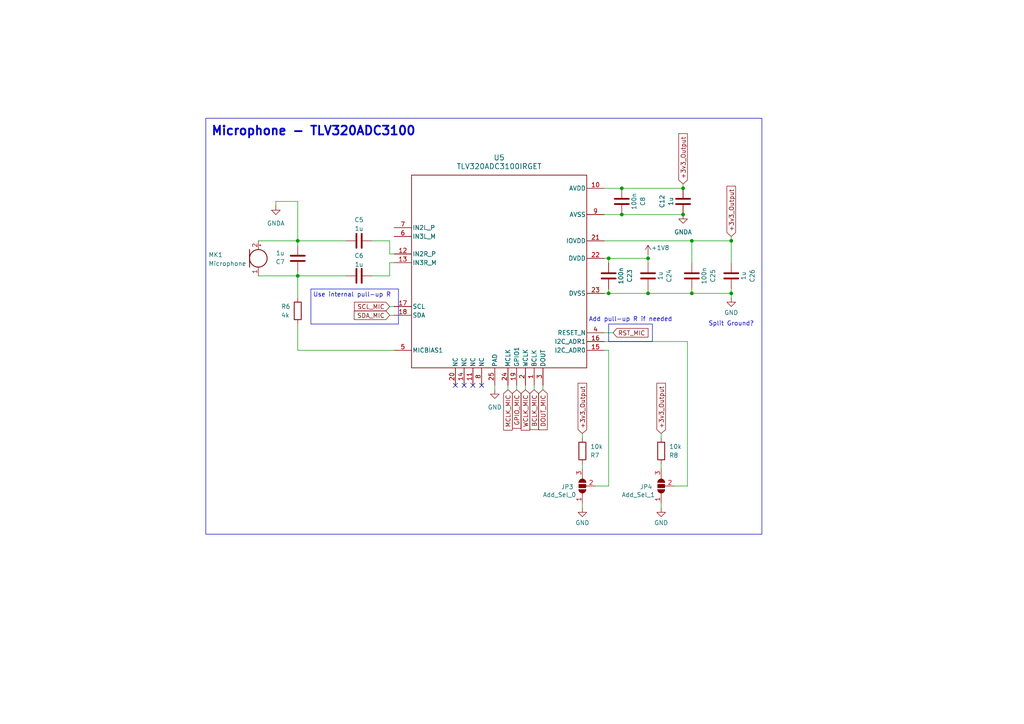
<source format=kicad_sch>
(kicad_sch (version 20231120) (generator "eeschema") (generator_version "8.0")
  (paper "A4")
  (lib_symbols
    (symbol "Device:C" (pin_numbers hide) (pin_names (offset 0.254))
      (property "Reference" "C" (at 0.635 2.54 0))
      (property "Value" "C" (at 0.635 -2.54 0))
      (symbol "C_0_1"
        (polyline (pts (xy -2.032 -0.762) (xy 2.032 -0.762)) (stroke (width 0.508)))
        (polyline (pts (xy -2.032 0.762) (xy 2.032 0.762)) (stroke (width 0.508)))
      )
      (symbol "C_1_1"
        (pin passive line (at 0 3.81 270) (length 2.794) (name "~") (number "1"))
        (pin passive line (at 0 -3.81 90) (length 2.794) (name "~") (number "2"))
      )
    )
    (symbol "Device:Microphone" (pin_names (offset 0.0254) hide)
      (property "Reference" "MK" (at -3.81 1.27 0))
      (property "Value" "Microphone" (at -3.81 -0.635 0))
      (symbol "Microphone_0_1"
        (polyline (pts (xy -2.54 2.54) (xy -2.54 -2.54)) (stroke (width 0.254)))
        (polyline (pts (xy 0.254 3.81) (xy 0.762 3.81)))
        (polyline (pts (xy 0.508 4.064) (xy 0.508 3.556)))
        (circle (center 0 0) (radius 2.54) (stroke (width 0.254)))
      )
      (symbol "Microphone_1_1"
        (pin passive line (at 0 -5.08 90) (length 2.54) (name "-") (number "1"))
        (pin passive line (at 0 5.08 270) (length 2.54) (name "+") (number "2"))
      )
    )
    (symbol "Device:R" (pin_numbers hide) (pin_names (offset 0))
      (property "Reference" "R" (at 2.032 0 90))
      (property "Value" "R" (at 0 0 90))
      (symbol "R_0_1"
        (rectangle (start -1.016 -2.54) (end 1.016 2.54) (stroke (width 0.254)))
      )
      (symbol "R_1_1"
        (pin passive line (at 0 3.81 270) (length 1.27) (name "~") (number "1"))
        (pin passive line (at 0 -3.81 90) (length 1.27) (name "~") (number "2"))
      )
    )
    (symbol "Jumper:SolderJumper_3_Open" (pin_names (offset 0) hide) (exclude_from_sim yes) (in_bom no)
      (property "Reference" "JP" (at -2.54 -2.54 0))
      (property "Value" "SolderJumper_3_Open" (at 0 2.794 0))
      (symbol "SolderJumper_3_Open_0_1"
        (arc (start -1.016 1.016) (mid -2.0276 0) (end -1.016 -1.016))
        (arc (start -1.016 1.016) (mid -2.0276 0) (end -1.016 -1.016) (fill (type outline)))
        (rectangle (start -0.508 1.016) (end 0.508 -1.016) (fill (type outline)))
        (polyline (pts (xy -2.54 0) (xy -2.032 0)))
        (polyline (pts (xy -1.016 1.016) (xy -1.016 -1.016)))
        (polyline (pts (xy 0 -1.27) (xy 0 -1.016)))
        (polyline (pts (xy 1.016 1.016) (xy 1.016 -1.016)))
        (polyline (pts (xy 2.54 0) (xy 2.032 0)))
        (arc (start 1.016 -1.016) (mid 2.0276 0) (end 1.016 1.016))
        (arc (start 1.016 -1.016) (mid 2.0276 0) (end 1.016 1.016) (fill (type outline)))
      )
      (symbol "SolderJumper_3_Open_1_1"
        (pin passive line (at -5.08 0 0) (length 2.54) (name "A") (number "1"))
        (pin passive line (at 0 -3.81 90) (length 2.54) (name "C") (number "2"))
        (pin passive line (at 5.08 0 180) (length 2.54) (name "B") (number "3"))
      )
    )
    (symbol "capstone:TLV320ADC3100IRGET" (pin_names (offset 0.254))
      (property "Reference" "U5" (at 0 33.02 0))
      (property "Value" "TLV320ADC3100IRGET" (at 0 30.48 0))
      (symbol "TLV320ADC3100IRGET_0_1"
        (polyline (pts (xy -25.4 -27.94) (xy 25.4 -27.94)) (stroke (width 0.2032)))
        (polyline (pts (xy -25.4 27.94) (xy -25.4 -27.94)) (stroke (width 0.2032)))
        (polyline (pts (xy 25.4 -27.94) (xy 25.4 27.94)) (stroke (width 0.2032)))
        (polyline (pts (xy 25.4 27.94) (xy -25.4 27.94)) (stroke (width 0.2032)))
        (pin bidirectional line (at 10.16 -33.02 90) (length 5.08) (name "BCLK") (number "1"))
        (pin power_in line (at 30.48 24.13 180) (length 5.08) (name "AVDD") (number "10"))
        (pin unspecified line (at -7.62 -33.02 90) (length 5.08) (name "NC") (number "11"))
        (pin input line (at -30.48 5.08 0) (length 5.08) (name "IN2R_P") (number "12"))
        (pin input line (at -30.48 2.54 0) (length 5.08) (name "IN3R_M") (number "13"))
        (pin unspecified line (at -10.16 -33.02 90) (length 5.08) (name "NC") (number "14"))
        (pin input line (at 30.48 -22.86 180) (length 5.08) (name "I2C_ADR0") (number "15"))
        (pin input line (at 30.48 -20.32 180) (length 5.08) (name "I2C_ADR1") (number "16"))
        (pin input line (at -30.48 -10.16 0) (length 5.08) (name "SCL") (number "17"))
        (pin bidirectional line (at -30.48 -12.7 0) (length 5.08) (name "SDA") (number "18"))
        (pin bidirectional line (at 5.08 -33.02 90) (length 5.08) (name "GPIO1") (number "19"))
        (pin bidirectional line (at 7.62 -33.02 90) (length 5.08) (name "WCLK") (number "2"))
        (pin unspecified line (at -12.7 -33.02 90) (length 5.08) (name "NC") (number "20"))
        (pin power_in line (at 30.48 8.89 180) (length 5.08) (name "IOVDD") (number "21"))
        (pin power_in line (at 30.48 3.81 180) (length 5.08) (name "DVDD") (number "22"))
        (pin power_in line (at 30.48 -6.35 180) (length 5.08) (name "DVSS") (number "23"))
        (pin input line (at 2.54 -33.02 90) (length 5.08) (name "MCLK") (number "24"))
        (pin power_in line (at -1.27 -33.02 90) (length 5.08) (name "PAD") (number "25"))
        (pin output line (at 12.7 -33.02 90) (length 5.08) (name "DOUT") (number "3"))
        (pin input line (at 30.48 -17.78 180) (length 5.08) (name "RESET_N") (number "4"))
        (pin power_in line (at -30.48 -22.86 0) (length 5.08) (name "MICBIAS1") (number "5"))
        (pin input line (at -30.48 10.16 0) (length 5.08) (name "IN3L_M") (number "6"))
        (pin input line (at -30.48 12.7 0) (length 5.08) (name "IN2L_P") (number "7"))
        (pin unspecified line (at -5.08 -33.02 90) (length 5.08) (name "NC") (number "8"))
        (pin power_in line (at 30.48 16.51 180) (length 5.08) (name "AVSS") (number "9"))
      )
    )
    (symbol "power:+1V8" (power) (pin_numbers hide) (pin_names (offset 0) hide)
      (property "Value" "+1V8" (at 0 3.556 0))
      (symbol "+1V8_0_1"
        (polyline (pts (xy -0.762 1.27) (xy 0 2.54)))
        (polyline (pts (xy 0 0) (xy 0 2.54)))
        (polyline (pts (xy 0 2.54) (xy 0.762 1.27)))
      )
      (symbol "+1V8_1_1"
        (pin power_in line (at 0 0 90) (length 0) (name "~") (number "1"))
      )
    )
    (symbol "power:GND" (power) (pin_numbers hide) (pin_names (offset 0) hide)
      (property "Value" "GND" (at 0 -3.81 0))
      (symbol "GND_0_1"
        (polyline (pts (xy 0 0) (xy 0 -1.27) (xy 1.27 -1.27) (xy 0 -2.54) (xy -1.27 -1.27) (xy 0 -1.27)))
      )
      (symbol "GND_1_1"
        (pin power_in line (at 0 0 270) (length 0) (name "~") (number "1"))
      )
    )
    (symbol "power:GNDA" (power) (pin_numbers hide) (pin_names (offset 0) hide)
      (property "Value" "GNDA" (at 0 -3.81 0))
      (symbol "GNDA_0_1"
        (polyline (pts (xy 0 0) (xy 0 -1.27) (xy 1.27 -1.27) (xy 0 -2.54) (xy -1.27 -1.27) (xy 0 -1.27)))
      )
      (symbol "GNDA_1_1"
        (pin power_in line (at 0 0 270) (length 0) (name "~") (number "1"))
      )
    )
  )
  (junction (at 180.34 54.61))
  (junction (at 180.34 62.23))
  (junction (at 86.36 69.85))
  (junction (at 176.53 74.93))
  (junction (at 187.96 85.09))
  (junction (at 176.53 85.09))
  (junction (at 198.12 54.61))
  (junction (at 187.96 74.93))
  (junction (at 212.09 85.09))
  (junction (at 212.09 69.85))
  (junction (at 198.12 62.23))
  (junction (at 86.36 80.01))
  (junction (at 200.66 85.09))
  (junction (at 200.66 69.85))
  (no_connect (at 137.16 111.76))
  (no_connect (at 134.62 111.76))
  (no_connect (at 132.08 111.76))
  (no_connect (at 139.7 111.76))
  (wire (pts (xy 168.91 134.62) (xy 168.91 135.89)))
  (wire (pts (xy 86.36 69.85) (xy 100.33 69.85)))
  (wire (pts (xy 176.53 85.09) (xy 187.96 85.09)))
  (wire (pts (xy 168.91 125.73) (xy 168.91 127)))
  (wire (pts (xy 187.96 73.66) (xy 187.96 74.93)))
  (wire (pts (xy 86.36 69.85) (xy 86.36 58.42)))
  (wire (pts (xy 176.53 101.6) (xy 176.53 140.97)))
  (wire (pts (xy 175.26 74.93) (xy 176.53 74.93)))
  (wire (pts (xy 200.66 85.09) (xy 200.66 83.82)))
  (wire (pts (xy 191.77 125.73) (xy 191.77 127)))
  (wire (pts (xy 180.34 54.61) (xy 198.12 54.61)))
  (wire (pts (xy 147.32 113.03) (xy 147.32 111.76)))
  (wire (pts (xy 198.12 53.34) (xy 198.12 54.61)))
  (wire (pts (xy 86.36 80.01) (xy 100.33 80.01)))
  (wire (pts (xy 176.53 140.97) (xy 172.72 140.97)))
  (wire (pts (xy 149.86 111.76) (xy 149.86 113.03)))
  (wire (pts (xy 212.09 69.85) (xy 212.09 76.2)))
  (wire (pts (xy 113.03 73.66) (xy 114.3 73.66)))
  (wire (pts (xy 175.26 85.09) (xy 176.53 85.09)))
  (wire (pts (xy 86.36 58.42) (xy 80.01 58.42)))
  (wire (pts (xy 113.03 69.85) (xy 113.03 73.66)))
  (wire (pts (xy 180.34 62.23) (xy 198.12 62.23)))
  (wire (pts (xy 74.93 69.85) (xy 86.36 69.85)))
  (wire (pts (xy 74.93 80.01) (xy 86.36 80.01)))
  (wire (pts (xy 177.8 96.52) (xy 175.26 96.52)))
  (wire (pts (xy 175.26 69.85) (xy 200.66 69.85)))
  (wire (pts (xy 152.4 111.76) (xy 152.4 113.03)))
  (wire (pts (xy 187.96 74.93) (xy 187.96 76.2)))
  (wire (pts (xy 212.09 68.58) (xy 212.09 69.85)))
  (wire (pts (xy 143.51 113.03) (xy 143.51 111.76)))
  (wire (pts (xy 176.53 74.93) (xy 176.53 76.2)))
  (wire (pts (xy 175.26 99.06) (xy 199.39 99.06)))
  (wire (pts (xy 113.03 80.01) (xy 113.03 76.2)))
  (wire (pts (xy 157.48 111.76) (xy 157.48 113.03)))
  (wire (pts (xy 175.26 62.23) (xy 180.34 62.23)))
  (wire (pts (xy 113.03 88.9) (xy 114.3 88.9)))
  (wire (pts (xy 114.3 101.6) (xy 86.36 101.6)))
  (wire (pts (xy 107.95 80.01) (xy 113.03 80.01)))
  (wire (pts (xy 200.66 69.85) (xy 200.66 76.2)))
  (wire (pts (xy 154.94 111.76) (xy 154.94 113.03)))
  (wire (pts (xy 175.26 54.61) (xy 180.34 54.61)))
  (wire (pts (xy 80.01 58.42) (xy 80.01 59.69)))
  (wire (pts (xy 86.36 101.6) (xy 86.36 93.98)))
  (wire (pts (xy 187.96 85.09) (xy 187.96 83.82)))
  (wire (pts (xy 168.91 147.32) (xy 168.91 146.05)))
  (wire (pts (xy 200.66 69.85) (xy 212.09 69.85)))
  (wire (pts (xy 113.03 76.2) (xy 114.3 76.2)))
  (wire (pts (xy 86.36 78.74) (xy 86.36 80.01)))
  (wire (pts (xy 200.66 85.09) (xy 212.09 85.09)))
  (wire (pts (xy 86.36 69.85) (xy 86.36 71.12)))
  (wire (pts (xy 212.09 85.09) (xy 212.09 83.82)))
  (wire (pts (xy 187.96 85.09) (xy 200.66 85.09)))
  (wire (pts (xy 191.77 134.62) (xy 191.77 135.89)))
  (wire (pts (xy 107.95 69.85) (xy 113.03 69.85)))
  (wire (pts (xy 176.53 74.93) (xy 187.96 74.93)))
  (wire (pts (xy 176.53 101.6) (xy 175.26 101.6)))
  (wire (pts (xy 212.09 85.09) (xy 212.09 86.36)))
  (wire (pts (xy 86.36 80.01) (xy 86.36 86.36)))
  (wire (pts (xy 113.03 91.44) (xy 114.3 91.44)))
  (wire (pts (xy 176.53 85.09) (xy 176.53 83.82)))
  (wire (pts (xy 191.77 147.32) (xy 191.77 146.05)))
  (wire (pts (xy 199.39 99.06) (xy 199.39 140.97)))
  (wire (pts (xy 199.39 140.97) (xy 195.58 140.97)))
  (rectangle (start 90.17 83.82) (end 115.57 93.98))
  (rectangle (start 176.53 93.98) (end 189.23 99.06))
  (rectangle (start 59.69 34.29) (end 220.98 154.94))
  (text "Split Ground?" (at 212.09 93.98 0) (effects (font (size 1.27 1.27))))
  (text "Use internal pull-up R" (at 102.108 85.598 0) (effects (font (size 1.27 1.27))))
  (text "Add pull-up R if needed" (at 182.88 92.71 0) (effects (font (size 1.27 1.27))))
  (text "Microphone - TLV320ADC3100" (at 90.932 38.1 0) (effects (font (size 2.54 2.54) (thickness 0.508) (bold yes))))
  (global_label "+3v3_Output" (shape input) (at 168.91 125.73 90) (property "Intersheetrefs" "${INTERSHEET_REFS}" (effects (hide yes))))
  (global_label "RST_MIC" (shape input) (at 177.8 96.52 0) (property "Intersheetrefs" "${INTERSHEET_REFS}" (effects (hide yes))))
  (global_label "WCLK_MIC" (shape input) (at 152.4 113.03 270) (property "Intersheetrefs" "${INTERSHEET_REFS}" (effects (hide yes))))
  (global_label "GPIO_MIC" (shape input) (at 149.86 113.03 270) (property "Intersheetrefs" "${INTERSHEET_REFS}" (effects (hide yes))))
  (global_label "+3v3_Output" (shape input) (at 212.09 68.58 90) (property "Intersheetrefs" "${INTERSHEET_REFS}" (effects (hide yes))))
  (global_label "+3v3_Output" (shape input) (at 191.77 125.73 90) (property "Intersheetrefs" "${INTERSHEET_REFS}" (effects (hide yes))))
  (global_label "BCLK_MIC" (shape input) (at 154.94 113.03 270) (property "Intersheetrefs" "${INTERSHEET_REFS}" (effects (hide yes))))
  (global_label "MCLK_MIC" (shape input) (at 147.32 113.03 270) (property "Intersheetrefs" "${INTERSHEET_REFS}" (effects (hide yes))))
  (global_label "SDA_MIC" (shape input) (at 113.03 91.44 180) (property "Intersheetrefs" "${INTERSHEET_REFS}" (effects (hide yes))))
  (global_label "+3v3_Output" (shape input) (at 198.12 53.34 90) (property "Intersheetrefs" "${INTERSHEET_REFS}" (effects (hide yes))))
  (global_label "SCL_MIC" (shape input) (at 113.03 88.9 180) (property "Intersheetrefs" "${INTERSHEET_REFS}" (effects (hide yes))))
  (global_label "DOUT_MIC" (shape input) (at 157.48 113.03 270) (property "Intersheetrefs" "${INTERSHEET_REFS}" (effects (hide yes))))
  (symbol (lib_id "Device:C") (at 198.12 58.42 180) (unit 1)
    (property "Reference" "C12" (at 192.024 58.42 90))
    (property "Value" "1u" (at 194.564 58.42 90))
    (property "Description" "Unpolarized capacitor" (effects (hide yes)))
  )
  (symbol (lib_id "Device:C") (at 86.36 74.93 180) (unit 1)
    (property "Reference" "C7" (at 81.28 75.946 0))
    (property "Value" "1u" (at 81.28 73.406 0))
    (property "Description" "Unpolarized capacitor" (effects (hide yes)))
  )
  (symbol (lib_id "power:GND") (at 143.51 113.03 0) (unit 1)
    (property "Reference" "#PWR041" (effects (hide yes)))
    (property "Value" "GND" (at 143.51 118.11 0))
    (property "Description" "Power symbol creates a global label with name \"GND\" , ground" (effects (hide yes)))
  )
  (symbol (lib_id "Device:C") (at 180.34 58.42 0) (unit 1)
    (property "Reference" "C8" (at 186.436 58.42 90))
    (property "Value" "100n" (at 183.896 58.42 90))
    (property "Description" "Unpolarized capacitor" (effects (hide yes)))
  )
  (symbol (lib_id "Device:R") (at 191.77 130.81 0) (unit 1)
    (property "Reference" "R8" (at 194.056 132.08 0) (effects (justify left)))
    (property "Value" "10k" (at 194.056 129.54 0) (effects (justify left)))
    (property "Description" "Resistor" (effects (hide yes)))
  )
  (symbol (lib_id "Device:C") (at 104.14 69.85 90) (unit 1)
    (property "Reference" "C5" (at 104.14 63.754 90))
    (property "Value" "1u" (at 104.14 66.294 90))
    (property "Description" "Unpolarized capacitor" (effects (hide yes)))
  )
  (symbol (lib_id "power:GND") (at 191.77 147.32 0) (unit 1)
    (property "Reference" "#PWR039" (effects (hide yes)))
    (property "Value" "GND" (at 191.77 151.638 0))
    (property "Description" "Power symbol creates a global label with name \"GND\" , ground" (effects (hide yes)))
  )
  (symbol (lib_id "Device:C") (at 104.14 80.01 90) (unit 1)
    (property "Reference" "C6" (at 104.14 74.168 90))
    (property "Value" "1u" (at 104.14 76.708 90))
    (property "Description" "Unpolarized capacitor" (effects (hide yes)))
  )
  (symbol (lib_id "Jumper:SolderJumper_3_Open") (at 168.91 140.97 90) (unit 1) (exclude_from_sim yes) (in_bom no)
    (property "Reference" "JP3" (at 166.37 141.224 90) (effects (justify left)))
    (property "Value" "Add_Sel_0" (at 167.132 143.51 90) (effects (justify left)))
    (property "Footprint" "Jumper:SolderJumper-3_P1.3mm_Open_RoundedPad1.0x1.5mm" (effects (hide yes)))
    (property "Description" "Solder Jumper, 3-pole, open" (effects (hide yes)))
  )
  (symbol (lib_id "Device:C") (at 212.09 80.01 0) (mirror x) (unit 1)
    (property "Reference" "C26" (at 218.186 80.01 90))
    (property "Value" "1u" (at 215.646 80.01 90))
    (property "Description" "Unpolarized capacitor" (effects (hide yes)))
  )
  (symbol (lib_id "Device:C") (at 176.53 80.01 0) (unit 1)
    (property "Reference" "C23" (at 182.626 80.01 90))
    (property "Value" "100n" (at 180.086 80.01 90))
    (property "Description" "Unpolarized capacitor" (effects (hide yes)))
  )
  (symbol (lib_id "power:GND") (at 212.09 86.36 0) (unit 1)
    (property "Reference" "#PWR035" (effects (hide yes)))
    (property "Value" "GND" (at 212.09 90.678 0))
    (property "Description" "Power symbol creates a global label with name \"GND\" , ground" (effects (hide yes)))
  )
  (symbol (lib_id "Device:C") (at 200.66 80.01 0) (unit 1)
    (property "Reference" "C25" (at 206.756 80.01 90))
    (property "Value" "100n" (at 204.216 80.01 90))
    (property "Description" "Unpolarized capacitor" (effects (hide yes)))
  )
  (symbol (lib_id "power:GNDA") (at 198.12 62.23 0) (mirror y) (unit 1)
    (property "Reference" "#PWR031" (effects (hide yes)))
    (property "Value" "GNDA" (at 198.12 67.31 0))
    (property "Description" "Power symbol creates a global label with name \"GNDA\" , analog ground" (effects (hide yes)))
  )
  (symbol (lib_id "Device:R") (at 86.36 90.17 0) (unit 1)
    (property "Reference" "R6" (at 81.534 88.9 0) (effects (justify left)))
    (property "Value" "4k" (at 81.534 91.44 0) (effects (justify left)))
    (property "Description" "Resistor" (effects (hide yes)))
  )
  (symbol (lib_id "power:+1V8") (at 187.96 73.66 0) (unit 1)
    (property "Reference" "#PWR034" (effects (hide yes)))
    (property "Value" "+1V8" (at 191.516 71.882 0))
    (property "Description" "Power symbol creates a global label with name \"+1V8\"" (effects (hide yes)))
  )
  (symbol (lib_id "Device:C") (at 187.96 80.01 0) (mirror x) (unit 1)
    (property "Reference" "C24" (at 194.056 80.01 90))
    (property "Value" "1u" (at 191.516 80.01 90))
    (property "Description" "Unpolarized capacitor" (effects (hide yes)))
  )
  (symbol (lib_id "power:GND") (at 168.91 147.32 0) (unit 1)
    (property "Reference" "#PWR037" (effects (hide yes)))
    (property "Value" "GND" (at 168.91 151.638 0))
    (property "Description" "Power symbol creates a global label with name \"GND\" , ground" (effects (hide yes)))
  )
  (symbol (lib_id "power:GNDA") (at 80.01 59.69 0) (unit 1)
    (property "Reference" "#PWR017" (effects (hide yes)))
    (property "Value" "GNDA" (at 80.01 64.77 0))
    (property "Description" "Power symbol creates a global label with name \"GNDA\" , analog ground" (effects (hide yes)))
  )
  (symbol (lib_id "Device:R") (at 168.91 130.81 0) (unit 1)
    (property "Reference" "R7" (at 171.196 132.08 0) (effects (justify left)))
    (property "Value" "10k" (at 171.196 129.54 0) (effects (justify left)))
    (property "Description" "Resistor" (effects (hide yes)))
  )
  (symbol (lib_id "capstone:TLV320ADC3100IRGET") (at 144.78 78.74 0) (unit 1)
    (property "Reference" "U5" (at 144.78 45.72 0) (effects (font (size 1.524 1.524))))
    (property "Value" "TLV320ADC3100IRGET" (at 144.78 48.26 0) (effects (font (size 1.524 1.524))))
    (property "Footprint" "RGE0024B" (effects (hide yes)))
    (property "Datasheet" "https://www.ti.com/lit/ds/symlink/tlv320adc3100.pdf?ts=1734721325339&ref_url=https%253A%252F%252Fwww.ti.com%252Fproduct%252FTLV320ADC3100%252Fpart-details%252FTLV320ADC3100IRGET" (effects (hide yes)))
  )
  (symbol (lib_id "Jumper:SolderJumper_3_Open") (at 191.77 140.97 90) (unit 1) (exclude_from_sim yes) (in_bom no)
    (property "Reference" "JP4" (at 189.23 141.224 90) (effects (justify left)))
    (property "Value" "Add_Sel_1" (at 189.992 143.51 90) (effects (justify left)))
    (property "Footprint" "Jumper:SolderJumper-3_P1.3mm_Open_RoundedPad1.0x1.5mm" (effects (hide yes)))
    (property "Description" "Solder Jumper, 3-pole, open" (effects (hide yes)))
  )
  (symbol (lib_id "Device:Microphone") (at 74.93 74.93 0) (unit 1)
    (property "Reference" "MK1" (at 60.452 73.914 0) (effects (justify left)))
    (property "Value" "Microphone" (at 60.452 76.454 0) (effects (justify left)))
    (property "Description" "Microphone" (effects (hide yes)))
  )
)
</source>
